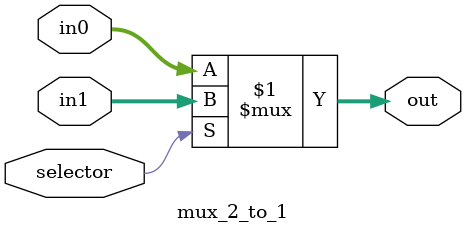
<source format=v>
`timescale 1ns / 1ps
`default_nettype none //helps catch typo-related bugs
module mux_2_to_1(selector, in0, in1, out);

	//parameter definitions
	parameter N = 32;

	//port definitions - customize for different bit widths
	input  wire selector;
	input  wire [N-1:0] in0; // input to return when relevant op_code bit is low
	input  wire [N-1:0] in1; // input to return when relevant op_code bit is high

	output wire [N-1:0] out;

	assign out = selector ? in1 : in0;


endmodule
`default_nettype wire //some Xilinx IP requires that the default_nettype be set to wire

</source>
